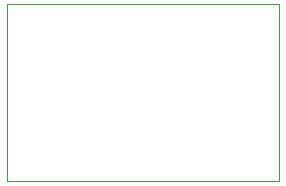
<source format=gbr>
%TF.GenerationSoftware,KiCad,Pcbnew,8.0.0-rc2-74-g5f063dd458*%
%TF.CreationDate,2024-01-29T02:35:24+02:00*%
%TF.ProjectId,SamoProg,53616d6f-5072-46f6-972e-6b696361645f,rev?*%
%TF.SameCoordinates,Original*%
%TF.FileFunction,Profile,NP*%
%FSLAX46Y46*%
G04 Gerber Fmt 4.6, Leading zero omitted, Abs format (unit mm)*
G04 Created by KiCad (PCBNEW 8.0.0-rc2-74-g5f063dd458) date 2024-01-29 02:35:24*
%MOMM*%
%LPD*%
G01*
G04 APERTURE LIST*
%TA.AperFunction,Profile*%
%ADD10C,0.050000*%
%TD*%
G04 APERTURE END LIST*
D10*
X126200000Y-31800000D02*
X149200000Y-31800000D01*
X149200000Y-46800000D01*
X126200000Y-46800000D01*
X126200000Y-31800000D01*
M02*

</source>
